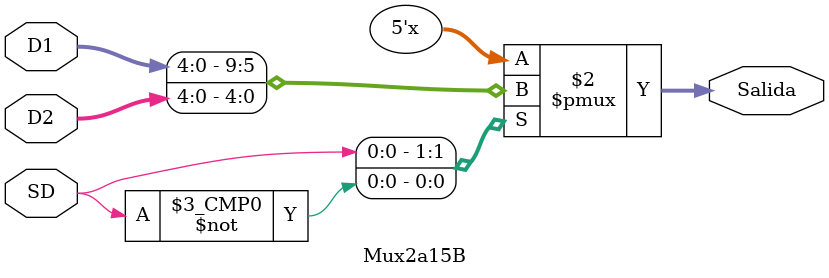
<source format=v>
module Mux2a15B(
				input [4:0]D1,
				input [4:0]D2,
				input SD,
				output reg [4:0]Salida);
	always@*
		begin
			case(SD)
				1'b1: Salida = D1;
				1'b0: Salida = D2;
				default: Salida = D1;
			endcase
		end
endmodule
</source>
